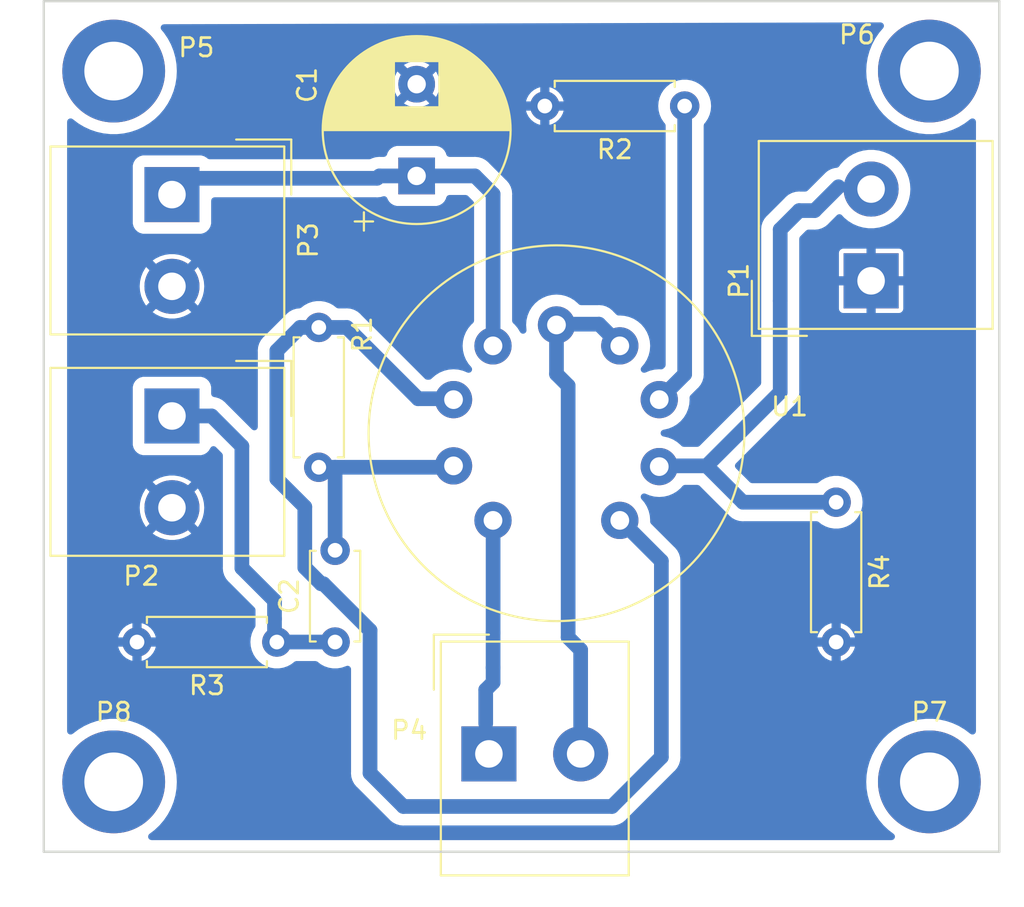
<source format=kicad_pcb>
(kicad_pcb (version 20231231) (generator "pcbnew") (generator_version "7.99")
  (layers (0 "F.Cu" signal "top_cu") (31 "B.Cu" signal "bottom_cu") (34 "B.Paste" user) (35 "F.Paste" user) (36 "B.SilkS" user "B.Silkscreen") (37 "F.SilkS" user "F.Silkscreen") (38 "B.Mask" user) (39 "F.Mask" user) (44 "Edge.Cuts" user))
  (net 0 "")
  (net 1 "GND")
  (net 2 "Net-(P3-P1)")
  (net 3 "Net-(P2-P1)")
  (net 4 "Net-(U1A-K)")
  (net 5 "Net-(P1-PM)")
  (net 6 "Net-(P4-P1)")
  (net 7 "Net-(P4-PM)")
  (net 12 "Net-(U1A-G)")
  (net 13 "Net-(U1B-K)")
  (footprint "Capacitor_THT:CP_Radial_D10.0mm_P5.00mm" (layer "F.Cu") (at 141.605 99.695 90)
    (property "Reference" "C1" (at 4.953 -5.969 90) (layer "F.SilkS"))
    (property "Value" "10uF")
    (fp_line (start 2.58 -5.08) (end 2.58 5.08) (stroke (width 0.12)) (layer "F.SilkS"))
    (fp_line (start 2.54 -5.08) (end 2.54 5.08) (stroke (width 0.12)) (layer "F.SilkS"))
    (fp_line (start 2.5 -5.08) (end 2.5 5.08) (stroke (width 0.12)) (layer "F.SilkS"))
    (fp_line (start 2.62 -5.079) (end 2.62 5.079) (stroke (width 0.12)) (layer "F.SilkS"))
    (fp_line (start 2.66 -5.078) (end 2.66 5.078) (stroke (width 0.12)) (layer "F.SilkS"))
    (fp_line (start 2.7 -5.077) (end 2.7 5.077) (stroke (width 0.12)) (layer "F.SilkS"))
    (fp_line (start 2.74 -5.075) (end 2.74 5.075) (stroke (width 0.12)) (layer "F.SilkS"))
    (fp_line (start 2.78 -5.073) (end 2.78 5.073) (stroke (width 0.12)) (layer "F.SilkS"))
    (fp_line (start 2.82 -5.07) (end 2.82 5.07) (stroke (width 0.12)) (layer "F.SilkS"))
    (fp_line (start 2.86 -5.068) (end 2.86 5.068) (stroke (width 0.12)) (layer "F.SilkS"))
    (fp_line (start 2.9 -5.065) (end 2.9 5.065) (stroke (width 0.12)) (layer "F.SilkS"))
    (fp_line (start 2.94 -5.062) (end 2.94 5.062) (stroke (width 0.12)) (layer "F.SilkS"))
    (fp_line (start 2.98 -5.058) (end 2.98 5.058) (stroke (width 0.12)) (layer "F.SilkS"))
    (fp_line (start 3.02 -5.054) (end 3.02 5.054) (stroke (width 0.12)) (layer "F.SilkS"))
    (fp_line (start 3.06 -5.05) (end 3.06 5.05) (stroke (width 0.12)) (layer "F.SilkS"))
    (fp_line (start 3.1 -5.045) (end 3.1 5.045) (stroke (width 0.12)) (layer "F.SilkS"))
    (fp_line (start 3.14 -5.04) (end 3.14 5.04) (stroke (width 0.12)) (layer "F.SilkS"))
    (fp_line (start 3.18 -5.035) (end 3.18 5.035) (stroke (width 0.12)) (layer "F.SilkS"))
    (fp_line (start 3.221 -5.03) (end 3.221 5.03) (stroke (width 0.12)) (layer "F.SilkS"))
    (fp_line (start 3.261 -5.024) (end 3.261 5.024) (stroke (width 0.12)) (layer "F.SilkS"))
    (fp_line (start 3.301 -5.018) (end 3.301 5.018) (stroke (width 0.12)) (layer "F.SilkS"))
    (fp_line (start 3.341 -5.011) (end 3.341 5.011) (stroke (width 0.12)) (layer "F.SilkS"))
    (fp_line (start 3.381 -5.004) (end 3.381 5.004) (stroke (width 0.12)) (layer "F.SilkS"))
    (fp_line (start 3.421 -4.997) (end 3.421 4.997) (stroke (width 0.12)) (layer "F.SilkS"))
    (fp_line (start 3.461 -4.99) (end 3.461 4.99) (stroke (width 0.12)) (layer "F.SilkS"))
    (fp_line (start 3.501 -4.982) (end 3.501 4.982) (stroke (width 0.12)) (layer "F.SilkS"))
    (fp_line (start 3.541 -4.974) (end 3.541 4.974) (stroke (width 0.12)) (layer "F.SilkS"))
    (fp_line (start 3.581 -4.965) (end 3.581 4.965) (stroke (width 0.12)) (layer "F.SilkS"))
    (fp_line (start 3.621 -4.956) (end 3.621 4.956) (stroke (width 0.12)) (layer "F.SilkS"))
    (fp_line (start 3.661 -4.947) (end 3.661 4.947) (stroke (width 0.12)) (layer "F.SilkS"))
    (fp_line (start 3.701 -4.938) (end 3.701 4.938) (stroke (width 0.12)) (layer "F.SilkS"))
    (fp_line (start 3.741 -4.928) (end 3.741 4.928) (stroke (width 0.12)) (layer "F.SilkS"))
    (fp_line (start 3.781 -4.918) (end 3.781 -1.241) (stroke (width 0.12)) (layer "F.SilkS"))
    (fp_line (start 3.821 -4.907) (end 3.821 -1.241) (stroke (width 0.12)) (layer "F.SilkS"))
    (fp_line (start 3.861 -4.897) (end 3.861 -1.241) (stroke (width 0.12)) (layer "F.SilkS"))
    (fp_line (start 3.901 -4.885) (end 3.901 -1.241) (stroke (width 0.12)) (layer "F.SilkS"))
    (fp_line (start 3.941 -4.874) (end 3.941 -1.241) (stroke (width 0.12)) (layer "F.SilkS"))
    (fp_line (start 3.981 -4.862) (end 3.981 -1.241) (stroke (width 0.12)) (layer "F.SilkS"))
    (fp_line (start 4.021 -4.85) (end 4.021 -1.241) (stroke (width 0.12)) (layer "F.SilkS"))
    (fp_line (start 4.061 -4.837) (end 4.061 -1.241) (stroke (width 0.12)) (layer "F.SilkS"))
    (fp_line (start 4.101 -4.824) (end 4.101 -1.241) (stroke (width 0.12)) (layer "F.SilkS"))
    (fp_line (start 4.141 -4.811) (end 4.141 -1.241) (stroke (width 0.12)) (layer "F.SilkS"))
    (fp_line (start 4.181 -4.797) (end 4.181 -1.241) (stroke (width 0.12)) (layer "F.SilkS"))
    (fp_line (start 4.221 -4.783) (end 4.221 -1.241) (stroke (width 0.12)) (layer "F.SilkS"))
    (fp_line (start 4.261 -4.768) (end 4.261 -1.241) (stroke (width 0.12)) (layer "F.SilkS"))
    (fp_line (start 4.301 -4.754) (end 4.301 -1.241) (stroke (width 0.12)) (layer "F.SilkS"))
    (fp_line (start 4.341 -4.738) (end 4.341 -1.241) (stroke (width 0.12)) (layer "F.SilkS"))
    (fp_line (start 4.381 -4.723) (end 4.381 -1.241) (stroke (width 0.12)) (layer "F.SilkS"))
    (fp_line (start 4.421 -4.707) (end 4.421 -1.241) (stroke (width 0.12)) (layer "F.SilkS"))
    (fp_line (start 4.461 -4.69) (end 4.461 -1.241) (stroke (width 0.12)) (layer "F.SilkS"))
    (fp_line (start 4.501 -4.674) (end 4.501 -1.241) (stroke (width 0.12)) (layer "F.SilkS"))
    (fp_line (start 4.541 -4.657) (end 4.541 -1.241) (stroke (width 0.12)) (layer "F.SilkS"))
    (fp_line (start 4.581 -4.639) (end 4.581 -1.241) (stroke (width 0.12)) (layer "F.SilkS"))
    (fp_line (start 4.621 -4.621) (end 4.621 -1.241) (stroke (width 0.12)) (layer "F.SilkS"))
    (fp_line (start 4.661 -4.603) (end 4.661 -1.241) (stroke (width 0.12)) (layer "F.SilkS"))
    (fp_line (start 4.701 -4.584) (end 4.701 -1.241) (stroke (width 0.12)) (layer "F.SilkS"))
    (fp_line (start 4.741 -4.564) (end 4.741 -1.241) (stroke (width 0.12)) (layer "F.SilkS"))
    (fp_line (start 4.781 -4.545) (end 4.781 -1.241) (stroke (width 0.12)) (layer "F.SilkS"))
    (fp_line (start 4.821 -4.525) (end 4.821 -1.241) (stroke (width 0.12)) (layer "F.SilkS"))
    (fp_line (start 4.861 -4.504) (end 4.861 -1.241) (stroke (width 0.12)) (layer "F.SilkS"))
    (fp_line (start 4.901 -4.483) (end 4.901 -1.241) (stroke (width 0.12)) (layer "F.SilkS"))
    (fp_line (start 4.941 -4.462) (end 4.941 -1.241) (stroke (width 0.12)) (layer "F.SilkS"))
    (fp_line (start 4.981 -4.44) (end 4.981 -1.241) (stroke (width 0.12)) (layer "F.SilkS"))
    (fp_line (start 5.021 -4.417) (end 5.021 -1.241) (stroke (width 0.12)) (layer "F.SilkS"))
    (fp_line (start 5.061 -4.395) (end 5.061 -1.241) (stroke (width 0.12)) (layer "F.SilkS"))
    (fp_line (start 5.101 -4.371) (end 5.101 -1.241) (stroke (width 0.12)) (layer "F.SilkS"))
    (fp_line (start 5.141 -4.347) (end 5.141 -1.241) (stroke (width 0.12)) (layer "F.SilkS"))
    (fp_line (start 5.181 -4.323) (end 5.181 -1.241) (stroke (width 0.12)) (layer "F.SilkS"))
    (fp_line (start 5.221 -4.298) (end 5.221 -1.241) (stroke (width 0.12)) (layer "F.SilkS"))
    (fp_line (start 5.261 -4.273) (end 5.261 -1.241) (stroke (width 0.12)) (layer "F.SilkS"))
    (fp_line (start 5.301 -4.247) (end 5.301 -1.241) (stroke (width 0.12)) (layer "F.SilkS"))
    (fp_line (start 5.341 -4.221) (end 5.341 -1.241) (stroke (width 0.12)) (layer "F.SilkS"))
    (fp_line (start 5.381 -4.194) (end 5.381 -1.241) (stroke (width 0.12)) (layer "F.SilkS"))
    (fp_line (start 5.421 -4.166) (end 5.421 -1.241) (stroke (width 0.12)) (layer "F.SilkS"))
    (fp_line (start 5.461 -4.138) (end 5.461 -1.241) (stroke (width 0.12)) (layer "F.SilkS"))
    (fp_line (start 5.501 -4.11) (end 5.501 -1.241) (stroke (width 0.12)) (layer "F.SilkS"))
    (fp_line (start 5.541 -4.08) (end 5.541 -1.241) (stroke (width 0.12)) (layer "F.SilkS"))
    (fp_line (start 5.581 -4.05) (end 5.581 -1.241) (stroke (width 0.12)) (layer "F.SilkS"))
    (fp_line (start 5.621 -4.02) (end 5.621 -1.241) (stroke (width 0.12)) (layer "F.SilkS"))
    (fp_line (start 5.661 -3.989) (end 5.661 -1.241) (stroke (width 0.12)) (layer "F.SilkS"))
    (fp_line (start 5.701 -3.957) (end 5.701 -1.241) (stroke (width 0.12)) (layer "F.SilkS"))
    (fp_line (start 5.741 -3.925) (end 5.741 -1.241) (stroke (width 0.12)) (layer "F.SilkS"))
    (fp_line (start 5.781 -3.892) (end 5.781 -1.241) (stroke (width 0.12)) (layer "F.SilkS"))
    (fp_line (start 5.821 -3.858) (end 5.821 -1.241) (stroke (width 0.12)) (layer "F.SilkS"))
    (fp_line (start 5.861 -3.824) (end 5.861 -1.241) (stroke (width 0.12)) (layer "F.SilkS"))
    (fp_line (start 5.901 -3.789) (end 5.901 -1.241) (stroke (width 0.12)) (layer "F.SilkS"))
    (fp_line (start 5.941 -3.753) (end 5.941 -1.241) (stroke (width 0.12)) (layer "F.SilkS"))
    (fp_line (start 5.981 -3.716) (end 5.981 -1.241) (stroke (width 0.12)) (layer "F.SilkS"))
    (fp_line (start 6.021 -3.679) (end 6.021 -1.241) (stroke (width 0.12)) (layer "F.SilkS"))
    (fp_line (start 6.061 -3.64) (end 6.061 -1.241) (stroke (width 0.12)) (layer "F.SilkS"))
    (fp_line (start 6.101 -3.601) (end 6.101 -1.241) (stroke (width 0.12)) (layer "F.SilkS"))
    (fp_line (start 6.141 -3.561) (end 6.141 -1.241) (stroke (width 0.12)) (layer "F.SilkS"))
    (fp_line (start 6.181 -3.52) (end 6.181 -1.241) (stroke (width 0.12)) (layer "F.SilkS"))
    (fp_line (start 6.221 -3.478) (end 6.221 -1.241) (stroke (width 0.12)) (layer "F.SilkS"))
    (fp_line (start 6.261 -3.436) (end 6.261 3.436) (stroke (width 0.12)) (layer "F.SilkS"))
    (fp_line (start 6.301 -3.392) (end 6.301 3.392) (stroke (width 0.12)) (layer "F.SilkS"))
    (fp_line (start -2.479646 -3.375) (end -2.479646 -2.375) (stroke (width 0.12)) (layer "F.SilkS"))
    (fp_line (start 6.341 -3.347) (end 6.341 3.347) (stroke (width 0.12)) (layer "F.SilkS"))
    (fp_line (start 6.381 -3.301) (end 6.381 3.301) (stroke (width 0.12)) (layer "F.SilkS"))
    (fp_line (start 6.421 -3.254) (end 6.421 3.254) (stroke (width 0.12)) (layer "F.SilkS"))
    (fp_line (start 6.461 -3.206) (end 6.461 3.206) (stroke (width 0.12)) (layer "F.SilkS"))
    (fp_line (start 6.501 -3.156) (end 6.501 3.156) (stroke (width 0.12)) (layer "F.SilkS"))
    (fp_line (start 6.541 -3.106) (end 6.541 3.106) (stroke (width 0.12)) (layer "F.SilkS"))
    (fp_line (start 6.581 -3.054) (end 6.581 3.054) (stroke (width 0.12)) (layer "F.SilkS"))
    (fp_line (start 6.621 -3) (end 6.621 3) (stroke (width 0.12)) (layer "F.SilkS"))
    (fp_line (start 6.661 -2.945) (end 6.661 2.945) (stroke (width 0.12)) (layer "F.SilkS"))
    (fp_line (start 6.701 -2.889) (end 6.701 2.889) (stroke (width 0.12)) (layer "F.SilkS"))
    (fp_line (start -2.979646 -2.875) (end -1.979646 -2.875) (stroke (width 0.12)) (layer "F.SilkS"))
    (fp_line (start 6.741 -2.83) (end 6.741 2.83) (stroke (width 0.12)) (layer "F.SilkS"))
    (fp_line (start 6.781 -2.77) (end 6.781 2.77) (stroke (width 0.12)) (layer "F.SilkS"))
    (fp_line (start 6.821 -2.709) (end 6.821 2.709) (stroke (width 0.12)) (layer "F.SilkS"))
    (fp_line (start 6.861 -2.645) (end 6.861 2.645) (stroke (width 0.12)) (layer "F.SilkS"))
    (fp_line (start 6.901 -2.579) (end 6.901 2.579) (stroke (width 0.12)) (layer "F.SilkS"))
    (fp_line (start 6.941 -2.51) (end 6.941 2.51) (stroke (width 0.12)) (layer "F.SilkS"))
    (fp_line (start 6.981 -2.439) (end 6.981 2.439) (stroke (width 0.12)) (layer "F.SilkS"))
    (fp_line (start 7.021 -2.365) (end 7.021 2.365) (stroke (width 0.12)) (layer "F.SilkS"))
    (fp_line (start 7.061 -2.289) (end 7.061 2.289) (stroke (width 0.12)) (layer "F.SilkS"))
    (fp_line (start 7.101 -2.209) (end 7.101 2.209) (stroke (width 0.12)) (layer "F.SilkS"))
    (fp_line (start 7.141 -2.125) (end 7.141 2.125) (stroke (width 0.12)) (layer "F.SilkS"))
    (fp_line (start 7.181 -2.037) (end 7.181 2.037) (stroke (width 0.12)) (layer "F.SilkS"))
    (fp_line (start 7.221 -1.944) (end 7.221 1.944) (stroke (width 0.12)) (layer "F.SilkS"))
    (fp_line (start 7.261 -1.846) (end 7.261 1.846) (stroke (width 0.12)) (layer "F.SilkS"))
    (fp_line (start 7.301 -1.742) (end 7.301 1.742) (stroke (width 0.12)) (layer "F.SilkS"))
    (fp_line (start 7.341 -1.63) (end 7.341 1.63) (stroke (width 0.12)) (layer "F.SilkS"))
    (fp_line (start 7.381 -1.51) (end 7.381 1.51) (stroke (width 0.12)) (layer "F.SilkS"))
    (fp_line (start 7.421 -1.378) (end 7.421 1.378) (stroke (width 0.12)) (layer "F.SilkS"))
    (fp_line (start 7.461 -1.23) (end 7.461 1.23) (stroke (width 0.12)) (layer "F.SilkS"))
    (fp_line (start 7.501 -1.062) (end 7.501 1.062) (stroke (width 0.12)) (layer "F.SilkS"))
    (fp_line (start 7.541 -0.862) (end 7.541 0.862) (stroke (width 0.12)) (layer "F.SilkS"))
    (fp_line (start 7.581 -0.599) (end 7.581 0.599) (stroke (width 0.12)) (layer "F.SilkS"))
    (fp_line (start 6.221 1.241) (end 6.221 3.478) (stroke (width 0.12)) (layer "F.SilkS"))
    (fp_line (start 6.181 1.241) (end 6.181 3.52) (stroke (width 0.12)) (layer "F.SilkS"))
    (fp_line (start 6.141 1.241) (end 6.141 3.561) (stroke (width 0.12)) (layer "F.SilkS"))
    (fp_line (start 6.101 1.241) (end 6.101 3.601) (stroke (width 0.12)) (layer "F.SilkS"))
    (fp_line (start 6.061 1.241) (end 6.061 3.64) (stroke (width 0.12)) (layer "F.SilkS"))
    (fp_line (start 6.021 1.241) (end 6.021 3.679) (stroke (width 0.12)) (layer "F.SilkS"))
    (fp_line (start 5.981 1.241) (end 5.981 3.716) (stroke (width 0.12)) (layer "F.SilkS"))
    (fp_line (start 5.941 1.241) (end 5.941 3.753) (stroke (width 0.12)) (layer "F.SilkS"))
    (fp_line (start 5.901 1.241) (end 5.901 3.789) (stroke (width 0.12)) (layer "F.SilkS"))
    (fp_line (start 5.861 1.241) (end 5.861 3.824) (stroke (width 0.12)) (layer "F.SilkS"))
    (fp_line (start 5.821 1.241) (end 5.821 3.858) (stroke (width 0.12)) (layer "F.SilkS"))
    (fp_line (start 5.781 1.241) (end 5.781 3.892) (stroke (width 0.12)) (layer "F.SilkS"))
    (fp_line (start 5.741 1.241) (end 5.741 3.925) (stroke (width 0.12)) (layer "F.SilkS"))
    (fp_line (start 5.701 1.241) (end 5.701 3.957) (stroke (width 0.12)) (layer "F.SilkS"))
    (fp_line (start 5.661 1.241) (end 5.661 3.989) (stroke (width 0.12)) (layer "F.SilkS"))
    (fp_line (start 5.621 1.241) (end 5.621 4.02) (stroke (width 0.12)) (layer "F.SilkS"))
    (fp_line (start 5.581 1.241) (end 5.581 4.05) (stroke (width 0.12)) (layer "F.SilkS"))
    (fp_line (start 5.541 1.241) (end 5.541 4.08) (stroke (width 0.12)) (layer "F.SilkS"))
    (fp_line (start 5.501 1.241) (end 5.501 4.11) (stroke (width 0.12)) (layer "F.SilkS"))
    (fp_line (start 5.461 1.241) (end 5.461 4.138) (stroke (width 0.12)) (layer "F.SilkS"))
    (fp_line (start 5.421 1.241) (end 5.421 4.166) (stroke (width 0.12)) (layer "F.SilkS"))
    (fp_line (start 5.381 1.241) (end 5.381 4.194) (stroke (width 0.12)) (layer "F.SilkS"))
    (fp_line (start 5.341 1.241) (end 5.341 4.221) (stroke (width 0.12)) (layer "F.SilkS"))
    (fp_line (start 5.301 1.241) (end 5.301 4.247) (stroke (width 0.12)) (layer "F.SilkS"))
    (fp_line (start 5.261 1.241) (end 5.261 4.273) (stroke (width 0.12)) (layer "F.SilkS"))
    (fp_line (start 5.221 1.241) (end 5.221 4.298) (stroke (width 0.12)) (layer "F.SilkS"))
    (fp_line (start 5.181 1.241) (end 5.181 4.323) (stroke (width 0.12)) (layer "F.SilkS"))
    (fp_line (start 5.141 1.241) (end 5.141 4.347) (stroke (width 0.12)) (layer "F.SilkS"))
    (fp_line (start 5.101 1.241) (end 5.101 4.371) (stroke (width 0.12)) (layer "F.SilkS"))
    (fp_line (start 5.061 1.241) (end 5.061 4.395) (stroke (width 0.12)) (layer "F.SilkS"))
    (fp_line (start 5.021 1.241) (end 5.021 4.417) (stroke (width 0.12)) (layer "F.SilkS"))
    (fp_line (start 4.981 1.241) (end 4.981 4.44) (stroke (width 0.12)) (layer "F.SilkS"))
    (fp_line (start 4.941 1.241) (end 4.941 4.462) (stroke (width 0.12)) (layer "F.SilkS"))
    (fp_line (start 4.901 1.241) (end 4.901 4.483) (stroke (width 0.12)) (layer "F.SilkS"))
    (fp_line (start 4.861 1.241) (end 4.861 4.504) (stroke (width 0.12)) (layer "F.SilkS"))
    (fp_line (start 4.821 1.241) (end 4.821 4.525) (stroke (width 0.12)) (layer "F.SilkS"))
    (fp_line (start 4.781 1.241) (end 4.781 4.545) (stroke (width 0.12)) (layer "F.SilkS"))
    (fp_line (start 4.741 1.241) (end 4.741 4.564) (stroke (width 0.12)) (layer "F.SilkS"))
    (fp_line (start 4.701 1.241) (end 4.701 4.584) (stroke (width 0.12)) (layer "F.SilkS"))
    (fp_line (start 4.661 1.241) (end 4.661 4.603) (stroke (width 0.12)) (layer "F.SilkS"))
    (fp_line (start 4.621 1.241) (end 4.621 4.621) (stroke (width 0.12)) (layer "F.SilkS"))
    (fp_line (start 4.581 1.241) (end 4.581 4.639) (stroke (width 0.12)) (layer "F.SilkS"))
    (fp_line (start 4.541 1.241) (end 4.541 4.657) (stroke (width 0.12)) (layer "F.SilkS"))
    (fp_line (start 4.501 1.241) (end 4.501 4.674) (stroke (width 0.12)) (layer "F.SilkS"))
    (fp_line (start 4.461 1.241) (end 4.461 4.69) (stroke (width 0.12)) (layer "F.SilkS"))
    (fp_line (start 4.421 1.241) (end 4.421 4.707) (stroke (width 0.12)) (layer "F.SilkS"))
    (fp_line (start 4.381 1.241) (end 4.381 4.723) (stroke (width 0.12)) (layer "F.SilkS"))
    (fp_line (start 4.341 1.241) (end 4.341 4.738) (stroke (width 0.12)) (layer "F.SilkS"))
    (fp_line (start 4.301 1.241) (end 4.301 4.754) (stroke (width 0.12)) (layer "F.SilkS"))
    (fp_line (start 4.261 1.241) (end 4.261 4.768) (stroke (width 0.12)) (layer "F.SilkS"))
    (fp_line (start 4.221 1.241) (end 4.221 4.783) (stroke (width 0.12)) (layer "F.SilkS"))
    (fp_line (start 4.181 1.241) (end 4.181 4.797) (stroke (width 0.12)) (layer "F.SilkS"))
    (fp_line (start 4.141 1.241) (end 4.141 4.811) (stroke (width 0.12)) (layer "F.SilkS"))
    (fp_line (start 4.101 1.241) (end 4.101 4.824) (stroke (width 0.12)) (layer "F.SilkS"))
    (fp_line (start 4.061 1.241) (end 4.061 4.837) (stroke (width 0.12)) (layer "F.SilkS"))
    (fp_line (start 4.021 1.241) (end 4.021 4.85) (stroke (width 0.12)) (layer "F.SilkS"))
    (fp_line (start 3.981 1.241) (end 3.981 4.862) (stroke (width 0.12)) (layer "F.SilkS"))
    (fp_line (start 3.941 1.241) (end 3.941 4.874) (stroke (width 0.12)) (layer "F.SilkS"))
    (fp_line (start 3.901 1.241) (end 3.901 4.885) (stroke (width 0.12)) (layer "F.SilkS"))
    (fp_line (start 3.861 1.241) (end 3.861 4.897) (stroke (width 0.12)) (layer "F.SilkS"))
    (fp_line (start 3.821 1.241) (end 3.821 4.907) (stroke (width 0.12)) (layer "F.SilkS"))
    (fp_line (start 3.781 1.241) (end 3.781 4.918) (stroke (width 0.12)) (layer "F.SilkS"))
    (fp_circle (center 2.5 0) (end 7.62 0) (stroke (width 0.12)) (fill none) (layer "F.SilkS"))
    (pad "1" thru_hole rect (at 0 0 90) (size 2 2) (drill 1) (layers "*.Cu" "*.Mask") (net 2 "Net-(P3-P1)"))
    (pad "2" thru_hole circle (at 5 0 90) (size 2 2) (drill 1) (layers "*.Cu" "*.Mask") (net 1 "GND"))
  )
  (footprint "Capacitor_THT:C_Disc_D4.7mm_W2.5mm_P5.00mm" (layer "F.Cu") (at 137.16 125.095 90)
    (property "Reference" "C2" (at 2.5 -2.5 90) (layer "F.SilkS"))
    (property "Value" "680nF")
    (fp_line (start 4.97 -1.37) (end 4.97 -1.055) (stroke (width 0.12)) (layer "F.SilkS"))
    (fp_line (start 0.03 -1.37) (end 4.97 -1.37) (stroke (width 0.12)) (layer "F.SilkS"))
    (fp_line (start 0.03 -1.37) (end 0.03 -1.055) (stroke (width 0.12)) (layer "F.SilkS"))
    (fp_line (start 4.97 1.055) (end 4.97 1.37) (stroke (width 0.12)) (layer "F.SilkS"))
    (fp_line (start 0.03 1.055) (end 0.03 1.37) (stroke (width 0.12)) (layer "F.SilkS"))
    (fp_line (start 0.03 1.37) (end 4.97 1.37) (stroke (width 0.12)) (layer "F.SilkS"))
    (pad "1" thru_hole circle (at 0 0 90) (size 1.6 1.6) (drill 0.8) (layers "*.Cu" "*.Mask") (net 3 "Net-(P2-P1)"))
    (pad "2" thru_hole circle (at 5 0 90) (size 1.6 1.6) (drill 0.8) (layers "*.Cu" "*.Mask") (net 4 "Net-(U1A-K)"))
  )
  (footprint "Footprints:MountingHole_3.2mm_M3_DIN965_Pad" (layer "F.Cu") (at 125.095 93.98)
    (property "Reference" "P5" (at 4.505 -1.28 0) (layer "F.SilkS"))
    (property "Value" "MOUNTING_HOLE")
    (pad "1" thru_hole circle (at 0 0) (size 5.6 5.6) (drill 3.2) (layers "*.Cu" "*.Mask"))
  )
  (footprint "Footprints:MountingHole_3.2mm_M3_DIN965_Pad" (layer "F.Cu") (at 169.545 93.98)
    (property "Reference" "P6" (at -3.945 -1.98 180) (layer "F.SilkS"))
    (property "Value" "MOUNTING_HOLE")
    (pad "1" thru_hole circle (at 0 0) (size 5.6 5.6) (drill 3.2) (layers "*.Cu" "*.Mask"))
  )
  (footprint "Footprints:MountingHole_3.2mm_M3_DIN965_Pad" (layer "F.Cu") (at 169.545 132.715)
    (property "Reference" "P7" (at 0 -3.8 0) (layer "F.SilkS"))
    (property "Value" "MOUNTING_HOLE")
    (pad "1" thru_hole circle (at 0 0) (size 5.6 5.6) (drill 3.2) (layers "*.Cu" "*.Mask"))
  )
  (footprint "Resistor_THT:R_Axial_DIN0207_L6.3mm_D2.5mm_P7.62mm_Horizontal" (layer "F.Cu") (at 136.271 107.95 -90)
    (property "Reference" "R1" (at 0.381 -2.37 90) (layer "F.SilkS"))
    (property "Value" "1.5K")
    (fp_line (start 0.54 1.37) (end 7.08 1.37) (stroke (width 0.12)) (layer "F.SilkS"))
    (fp_line (start 7.08 1.37) (end 7.08 1.04) (stroke (width 0.12)) (layer "F.SilkS"))
    (fp_line (start 0.54 1.04) (end 0.54 1.37) (stroke (width 0.12)) (layer "F.SilkS"))
    (fp_line (start 0.54 -1.04) (end 0.54 -1.37) (stroke (width 0.12)) (layer "F.SilkS"))
    (fp_line (start 0.54 -1.37) (end 7.08 -1.37) (stroke (width 0.12)) (layer "F.SilkS"))
    (fp_line (start 7.08 -1.37) (end 7.08 -1.04) (stroke (width 0.12)) (layer "F.SilkS"))
    (pad "1" thru_hole circle (at 0 0 270) (size 1.6 1.6) (drill 0.8) (layers "*.Cu" "*.Mask") (net 12 "Net-(U1A-G)"))
    (pad "2" thru_hole oval (at 7.62 0 270) (size 1.6 1.6) (drill 0.8) (layers "*.Cu" "*.Mask") (net 4 "Net-(U1A-K)"))
  )
  (footprint "Resistor_THT:R_Axial_DIN0207_L6.3mm_D2.5mm_P7.62mm_Horizontal" (layer "F.Cu") (at 156.21 95.885 180)
    (property "Reference" "R2" (at 3.81 -2.37 0) (layer "F.SilkS"))
    (property "Value" "1.5K")
    (fp_line (start 7.08 1.37) (end 7.08 1.04) (stroke (width 0.12)) (layer "F.SilkS"))
    (fp_line (start 7.08 -1.37) (end 7.08 -1.04) (stroke (width 0.12)) (layer "F.SilkS"))
    (fp_line (start 0.54 1.37) (end 7.08 1.37) (stroke (width 0.12)) (layer "F.SilkS"))
    (fp_line (start 0.54 1.04) (end 0.54 1.37) (stroke (width 0.12)) (layer "F.SilkS"))
    (fp_line (start 0.54 -1.04) (end 0.54 -1.37) (stroke (width 0.12)) (layer "F.SilkS"))
    (fp_line (start 0.54 -1.37) (end 7.08 -1.37) (stroke (width 0.12)) (layer "F.SilkS"))
    (pad "1" thru_hole circle (at 0 0 180) (size 1.6 1.6) (drill 0.8) (layers "*.Cu" "*.Mask") (net 13 "Net-(U1B-K)"))
    (pad "2" thru_hole oval (at 7.62 0 180) (size 1.6 1.6) (drill 0.8) (layers "*.Cu" "*.Mask") (net 1 "GND"))
  )
  (footprint "Resistor_THT:R_Axial_DIN0207_L6.3mm_D2.5mm_P7.62mm_Horizontal" (layer "F.Cu") (at 164.465 117.475 -90)
    (property "Reference" "R4" (at 3.81 -2.37 90) (layer "F.SilkS"))
    (property "Value" "47K")
    (fp_line (start 0.54 1.37) (end 7.08 1.37) (stroke (width 0.12)) (layer "F.SilkS"))
    (fp_line (start 7.08 1.37) (end 7.08 1.04) (stroke (width 0.12)) (layer "F.SilkS"))
    (fp_line (start 0.54 1.04) (end 0.54 1.37) (stroke (width 0.12)) (layer "F.SilkS"))
    (fp_line (start 0.54 -1.04) (end 0.54 -1.37) (stroke (width 0.12)) (layer "F.SilkS"))
    (fp_line (start 0.54 -1.37) (end 7.08 -1.37) (stroke (width 0.12)) (layer "F.SilkS"))
    (fp_line (start 7.08 -1.37) (end 7.08 -1.04) (stroke (width 0.12)) (layer "F.SilkS"))
    (pad "1" thru_hole circle (at 0 0 270) (size 1.6 1.6) (drill 0.8) (layers "*.Cu" "*.Mask") (net 5 "Net-(P1-PM)"))
    (pad "2" thru_hole oval (at 7.62 0 270) (size 1.6 1.6) (drill 0.8) (layers "*.Cu" "*.Mask") (net 1 "GND"))
  )
  (footprint "Footprints:Altech_AK300_1x02_P5.00mm_45-Degree" (layer "F.Cu") (at 128.27 112.776 -90)
    (property "Reference" "P2" (at 8.724 1.67 0) (layer "F.SilkS"))
    (property "Value" "OUT")
    (fp_line (start -2.62 6.62) (end 7.62 6.62) (stroke (width 0.12)) (layer "F.SilkS"))
    (fp_line (start -3 -3.5) (end -3 -6.5) (stroke (width 0.12)) (layer "F.SilkS"))
    (fp_line (start -2.62 -6.12) (end -2.62 6.62) (stroke (width 0.12)) (layer "F.SilkS"))
    (fp_line (start -2.62 -6.12) (end 7.62 -6.12) (stroke (width 0.12)) (layer "F.SilkS"))
    (fp_line (start 7.62 -6.12) (end 7.62 6.62) (stroke (width 0.12)) (layer "F.SilkS"))
    (fp_line (start -3 -6.5) (end 0 -6.5) (stroke (width 0.12)) (layer "F.SilkS"))
    (pad "1" thru_hole rect (at 0 0 270) (size 3 3) (drill 1.5) (layers "*.Cu" "*.Mask") (net 3 "Net-(P2-P1)"))
    (pad "2" thru_hole circle (at 5 0 270) (size 3 3) (drill 1.5) (layers "*.Cu" "*.Mask") (net 1 "GND"))
  )
  (footprint "Footprints:Altech_AK300_1x02_P5.00mm_45-Degree" (layer "F.Cu") (at 128.27 100.711 -90)
    (property "Reference" "P3" (at 2.489 -7.43 -90) (layer "F.SilkS"))
    (property "Value" "POWER")
    (fp_line (start -2.62 6.62) (end 7.62 6.62) (stroke (width 0.12)) (layer "F.SilkS"))
    (fp_line (start -3 -3.5) (end -3 -6.5) (stroke (width 0.12)) (layer "F.SilkS"))
    (fp_line (start -2.62 -6.12) (end -2.62 6.62) (stroke (width 0.12)) (layer "F.SilkS"))
    (fp_line (start -2.62 -6.12) (end 7.62 -6.12) (stroke (width 0.12)) (layer "F.SilkS"))
    (fp_line (start 7.62 -6.12) (end 7.62 6.62) (stroke (width 0.12)) (layer "F.SilkS"))
    (fp_line (start -3 -6.5) (end 0 -6.5) (stroke (width 0.12)) (layer "F.SilkS"))
    (pad "1" thru_hole rect (at 0 0 270) (size 3 3) (drill 1.5) (layers "*.Cu" "*.Mask") (net 2 "Net-(P3-P1)"))
    (pad "2" thru_hole circle (at 5 0 270) (size 3 3) (drill 1.5) (layers "*.Cu" "*.Mask") (net 1 "GND"))
  )
  (footprint "Footprints:Altech_AK300_1x02_P5.00mm_45-Degree" (layer "F.Cu") (at 145.542 131.191)
    (property "Reference" "P4" (at -4.342 -1.291 0) (layer "F.SilkS"))
    (property "Value" "CONN_2")
    (fp_line (start -3 -6.5) (end 0 -6.5) (stroke (width 0.12)) (layer "F.SilkS"))
    (fp_line (start -3 -3.5) (end -3 -6.5) (stroke (width 0.12)) (layer "F.SilkS"))
    (fp_line (start -2.62 -6.12) (end -2.62 6.62) (stroke (width 0.12)) (layer "F.SilkS"))
    (fp_line (start -2.62 -6.12) (end 7.62 -6.12) (stroke (width 0.12)) (layer "F.SilkS"))
    (fp_line (start -2.62 6.62) (end 7.62 6.62) (stroke (width 0.12)) (layer "F.SilkS"))
    (fp_line (start 7.62 -6.12) (end 7.62 6.62) (stroke (width 0.12)) (layer "F.SilkS"))
    (pad "1" thru_hole rect (at 0 0) (size 3 3) (drill 1.5) (layers "*.Cu" "*.Mask") (net 6 "Net-(P4-P1)"))
    (pad "2" thru_hole circle (at 5 0) (size 3 3) (drill 1.5) (layers "*.Cu" "*.Mask") (net 7 "Net-(P4-PM)"))
  )
  (footprint "Resistor_THT:R_Axial_DIN0207_L6.3mm_D2.5mm_P7.62mm_Horizontal" (layer "F.Cu") (at 133.985 125.095 180)
    (property "Reference" "R3" (at 3.81 -2.37 0) (layer "F.SilkS"))
    (property "Value" "100K")
    (fp_line (start 7.08 1.37) (end 7.08 1.04) (stroke (width 0.12)) (layer "F.SilkS"))
    (fp_line (start 7.08 -1.37) (end 7.08 -1.04) (stroke (width 0.12)) (layer "F.SilkS"))
    (fp_line (start 0.54 1.37) (end 7.08 1.37) (stroke (width 0.12)) (layer "F.SilkS"))
    (fp_line (start 0.54 1.04) (end 0.54 1.37) (stroke (width 0.12)) (layer "F.SilkS"))
    (fp_line (start 0.54 -1.04) (end 0.54 -1.37) (stroke (width 0.12)) (layer "F.SilkS"))
    (fp_line (start 0.54 -1.37) (end 7.08 -1.37) (stroke (width 0.12)) (layer "F.SilkS"))
    (pad "1" thru_hole circle (at 0 0 180) (size 1.6 1.6) (drill 0.8) (layers "*.Cu" "*.Mask") (net 3 "Net-(P2-P1)"))
    (pad "2" thru_hole oval (at 7.62 0 180) (size 1.6 1.6) (drill 0.8) (layers "*.Cu" "*.Mask") (net 1 "GND"))
  )
  (footprint "Footprints:Valve_ECC-83-1" (layer "F.Cu") (at 149.225 113.665)
    (property "Reference" "U1" (at 12.7 -1.397 0) (layer "F.SilkS"))
    (property "Value" "ECC83")
    (fp_circle (center 0 0.05) (end 10.16 1.32) (stroke (width 0.12)) (fill none) (layer "F.SilkS"))
    (pad "1" thru_hole circle (at 3.45 4.8) (size 2.03 2.03) (drill 1.02) (layers "*.Cu" "*.Mask") (net 12 "Net-(U1A-G)"))
    (pad "2" thru_hole circle (at 5.6 1.87) (size 2.03 2.03) (drill 1.02) (layers "*.Cu" "*.Mask") (net 5 "Net-(P1-PM)"))
    (pad "3" thru_hole circle (at 5.6 -1.78) (size 2.03 2.03) (drill 1.02) (layers "*.Cu" "*.Mask") (net 13 "Net-(U1B-K)"))
    (pad "4" thru_hole circle (at 3.45 -4.71) (size 2.03 2.03) (drill 1.02) (layers "*.Cu" "*.Mask") (net 7 "Net-(P4-PM)"))
    (pad "5" thru_hole circle (at 0 -5.85) (size 2.03 2.03) (drill 1.02) (layers "*.Cu" "*.Mask") (net 7 "Net-(P4-PM)"))
    (pad "6" thru_hole circle (at -3.46 -4.71) (size 2.03 2.03) (drill 1.02) (layers "*.Cu" "*.Mask") (net 2 "Net-(P3-P1)"))
    (pad "7" thru_hole circle (at -5.61 -1.78) (size 2.03 2.03) (drill 1.02) (layers "*.Cu" "*.Mask") (net 12 "Net-(U1A-G)"))
    (pad "8" thru_hole circle (at -5.61 1.83) (size 2.03 2.03) (drill 1.02) (layers "*.Cu" "*.Mask") (net 4 "Net-(U1A-K)"))
    (pad "9" thru_hole circle (at -3.46 4.8) (size 2.03 2.03) (drill 1.02) (layers "*.Cu" "*.Mask") (net 6 "Net-(P4-P1)"))
  )
  (footprint "Footprints:Altech_AK300_1x02_P5.00mm_45-Degree" (layer "F.Cu") (at 166.37 105.41 90)
    (property "Reference" "P1" (at 0 -7.2 90) (layer "F.SilkS"))
    (property "Value" "IN")
    (fp_line (start -3 -6.5) (end 0 -6.5) (stroke (width 0.12)) (layer "F.SilkS"))
    (fp_line (start 7.62 -6.12) (end 7.62 6.62) (stroke (width 0.12)) (layer "F.SilkS"))
    (fp_line (start -2.62 -6.12) (end 7.62 -6.12) (stroke (width 0.12)) (layer "F.SilkS"))
    (fp_line (start -2.62 -6.12) (end -2.62 6.62) (stroke (width 0.12)) (layer "F.SilkS"))
    (fp_line (start -3 -3.5) (end -3 -6.5) (stroke (width 0.12)) (layer "F.SilkS"))
    (fp_line (start -2.62 6.62) (end 7.62 6.62) (stroke (width 0.12)) (layer "F.SilkS"))
    (pad "1" thru_hole rect (at 0 0 90) (size 3 3) (drill 1.5) (layers "*.Cu" "*.Mask") (net 1 "GND"))
    (pad "2" thru_hole circle (at 5 0 90) (size 3 3) (drill 1.5) (layers "*.Cu" "*.Mask") (net 5 "Net-(P1-PM)"))
  )
  (footprint "Footprints:MountingHole_3.2mm_M3_DIN965_Pad" (layer "F.Cu") (at 125.095 132.715)
    (property "Reference" "P8" (at 0 -3.8 0) (layer "F.SilkS"))
    (property "Value" "MOUNTING_HOLE")
    (pad "1" thru_hole circle (at 0 0) (size 5.6 5.6) (drill 3.2) (layers "*.Cu" "*.Mask"))
  )
  (gr_line (start 173.355 90.17) (end 173.355 136.525) (stroke (width 0.127)) (layer "Edge.Cuts"))
  (gr_line (start 121.285 90.17) (end 121.285 136.525) (stroke (width 0.127)) (layer "Edge.Cuts"))
  (gr_line (start 173.355 90.17) (end 121.285 90.17) (stroke (width 0.127)) (layer "Edge.Cuts"))
  (gr_line (start 121.285 136.525) (end 173.355 136.525) (stroke (width 0.127)) (layer "Edge.Cuts"))
  (segment (start 139.573 99.695) (end 141.605 99.695) (width 0.8) (layer "B.Cu") (net 2))
  (segment (start 139.446 99.822) (end 139.573 99.695) (width 0.8) (layer "B.Cu") (net 2))
  (segment (start 144.78 99.695) (end 141.605 99.695) (width 0.8) (layer "B.Cu") (net 2))
  (segment (start 139.446 99.822) (end 129.159 99.822) (width 0.8) (layer "B.Cu") (net 2))
  (segment (start 145.7706 100.6856) (end 144.78 99.695) (width 0.8) (layer "B.Cu") (net 2))
  (segment (start 145.7706 108.91012) (end 145.7706 100.6856) (width 0.8) (layer "B.Cu") (net 2))
  (segment (start 129.159 99.822) (end 128.27 100.711) (width 0.8) (layer "B.Cu") (net 2))
  (segment (start 133.858 123.825) (end 133.858 122.837172) (width 0.8) (layer "B.Cu") (net 3))
  (segment (start 133.858 124.968) (end 133.858 123.825) (width 0.8) (layer "B.Cu") (net 3))
  (segment (start 133.858 122.837172) (end 132.08 121.059172) (width 0.8) (layer "B.Cu") (net 3))
  (segment (start 133.985 125.095) (end 133.858 124.968) (width 0.8) (layer "B.Cu") (net 3))
  (segment (start 132.08 114.4224) (end 130.4336 112.776) (width 0.8) (layer "B.Cu") (net 3))
  (segment (start 132.08 121.059172) (end 132.08 114.4224) (width 0.8) (layer "B.Cu") (net 3))
  (segment (start 130.4336 112.776) (end 128.27 112.776) (width 0.8) (layer "B.Cu") (net 3))
  (segment (start 137.16 125.095) (end 133.985 125.095) (width 0.8) (layer "B.Cu") (net 3))
  (segment (start 136.271 115.57) (end 137.16 115.57) (width 0.8) (layer "B.Cu") (net 4))
  (segment (start 137.16 120.015) (end 137.16 115.57) (width 0.8) (layer "B.Cu") (net 4))
  (segment (start 137.16 115.57) (end 143.49984 115.57) (width 0.8) (layer "B.Cu") (net 4))
  (segment (start 143.49984 115.57) (end 143.61668 115.45316) (width 0.8) (layer "B.Cu") (net 4))
  (segment (start 161.417 106.506) (end 161.417 111.4806) (width 0.8) (layer "B.Cu") (net 5))
  (segment (start 157.4038 115.4938) (end 159.385 117.475) (width 0.8) (layer "B.Cu") (net 5))
  (segment (start 161.417 111.4806) (end 157.4038 115.4938) (width 0.8) (layer "B.Cu") (net 5))
  (segment (start 164.592 100.283) (end 163.292001 101.582999) (width 0.8) (layer "B.Cu") (net 5))
  (segment (start 162.450001 101.582999) (end 161.417 102.616) (width 0.8) (layer "B.Cu") (net 5))
  (segment (start 154.83332 115.4938) (end 157.4038 115.4938) (width 0.8) (layer "B.Cu") (net 5))
  (segment (start 159.385 117.475) (end 164.465 117.475) (width 0.8) (layer "B.Cu") (net 5))
  (segment (start 161.417 102.616) (end 161.417 106.506) (width 0.8) (layer "B.Cu") (net 5))
  (segment (start 163.292001 101.582999) (end 162.450001 101.582999) (width 0.8) (layer "B.Cu") (net 5))
  (segment (start 145.7706 127.298923) (end 145.7706 126.492) (width 0.8) (layer "B.Cu") (net 6))
  (segment (start 145.7706 118.41988) (end 145.7706 124.587) (width 0.8) (layer "B.Cu") (net 6))
  (segment (start 145.368 129.54) (end 145.368 127.701523) (width 0.8) (layer "B.Cu") (net 6))
  (segment (start 145.368 127.701523) (end 145.7706 127.298923) (width 0.8) (layer "B.Cu") (net 6))
  (segment (start 145.7706 124.587) (end 145.7706 126.492) (width 0.8) (layer "B.Cu") (net 6))
  (segment (start 149.225 107.7722) (end 151.54148 107.7722) (width 0.8) (layer "B.Cu") (net 7))
  (segment (start 149.86 111.125) (end 149.86 124.841) (width 0.8) (layer "B.Cu") (net 7))
  (segment (start 149.225 110.49) (end 149.86 111.125) (width 0.8) (layer "B.Cu") (net 7))
  (segment (start 150.542 131.191) (end 150.542 125.523) (width 0.8) (layer "B.Cu") (net 7))
  (segment (start 151.54148 107.7722) (end 152.6794 108.91012) (width 0.8) (layer "B.Cu") (net 7))
  (segment (start 149.225 107.7722) (end 149.225 110.49) (width 0.8) (layer "B.Cu") (net 7))
  (segment (start 150.542 125.523) (end 149.86 124.841) (width 0.8) (layer "B.Cu") (net 7))
  (segment (start 136.525 121.92) (end 139.065 124.46) (width 0.8) (layer "B.Cu") (net 12))
  (segment (start 133.985 109.22) (end 133.985 116.205) (width 0.8) (layer "B.Cu") (net 12))
  (segment (start 152.250834 134.055312) (end 154.94 131.366146) (width 0.8) (layer "B.Cu") (net 12))
  (segment (start 135.89 107.95) (end 135.255 107.95) (width 0.8) (layer "B.Cu") (net 12))
  (segment (start 135.509 117.729) (end 135.509 121.031) (width 0.8) (layer "B.Cu") (net 12))
  (segment (start 154.94 120.68048) (end 152.6794 118.41988) (width 0.8) (layer "B.Cu") (net 12))
  (segment (start 136.398 121.92) (end 136.525 121.92) (width 0.8) (layer "B.Cu") (net 12))
  (segment (start 143.61668 111.8362) (end 141.6812 111.8362) (width 0.8) (layer "B.Cu") (net 12))
  (segment (start 135.255 107.95) (end 133.985 109.22) (width 0.8) (layer "B.Cu") (net 12))
  (segment (start 135.89 107.95) (end 137.795 107.95) (width 0.8) (layer "B.Cu") (net 12))
  (segment (start 139.065 124.46) (end 139.065 132.240853) (width 0.8) (layer "B.Cu") (net 12))
  (segment (start 139.065 132.240853) (end 140.879459 134.055312) (width 0.8) (layer "B.Cu") (net 12))
  (segment (start 154.94 131.366146) (end 154.94 120.68048) (width 0.8) (layer "B.Cu") (net 12))
  (segment (start 135.509 121.031) (end 136.398 121.92) (width 0.8) (layer "B.Cu") (net 12))
  (segment (start 140.879459 134.055312) (end 152.250834 134.055312) (width 0.8) (layer "B.Cu") (net 12))
  (segment (start 133.985 116.205) (end 135.509 117.729) (width 0.8) (layer "B.Cu") (net 12))
  (segment (start 141.6812 111.8362) (end 137.795 107.95) (width 0.8) (layer "B.Cu") (net 12))
  (segment (start 156.21 110.5) (end 154.825 111.885) (width 0.8) (layer "B.Cu") (net 13))
  (segment (start 156.21 95.885) (end 156.21 110.5) (width 0.8) (layer "B.Cu") (net 13))
  (zone (net 1) (net_name "GND") (layer "B.Cu") (connect_pads (clearance 0.635)) (min_thickness 0.381) (fill yes (thermal_gap 0.254) (thermal_bridge_width 0.50038))
    (polygon (pts (xy 172.085 135.89) (xy 172.085 91.313) (xy 122.555 91.44) (xy 122.555 135.89)))
  )
)
</source>
